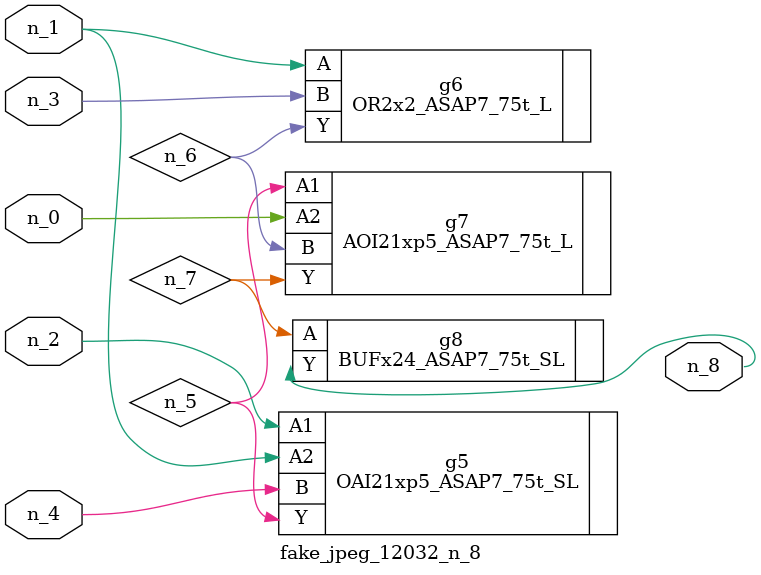
<source format=v>
module fake_jpeg_12032_n_8 (n_3, n_2, n_1, n_0, n_4, n_8);

input n_3;
input n_2;
input n_1;
input n_0;
input n_4;

output n_8;

wire n_6;
wire n_5;
wire n_7;

OAI21xp5_ASAP7_75t_SL g5 ( 
.A1(n_2),
.A2(n_1),
.B(n_4),
.Y(n_5)
);

OR2x2_ASAP7_75t_L g6 ( 
.A(n_1),
.B(n_3),
.Y(n_6)
);

AOI21xp5_ASAP7_75t_L g7 ( 
.A1(n_5),
.A2(n_0),
.B(n_6),
.Y(n_7)
);

BUFx24_ASAP7_75t_SL g8 ( 
.A(n_7),
.Y(n_8)
);


endmodule
</source>
